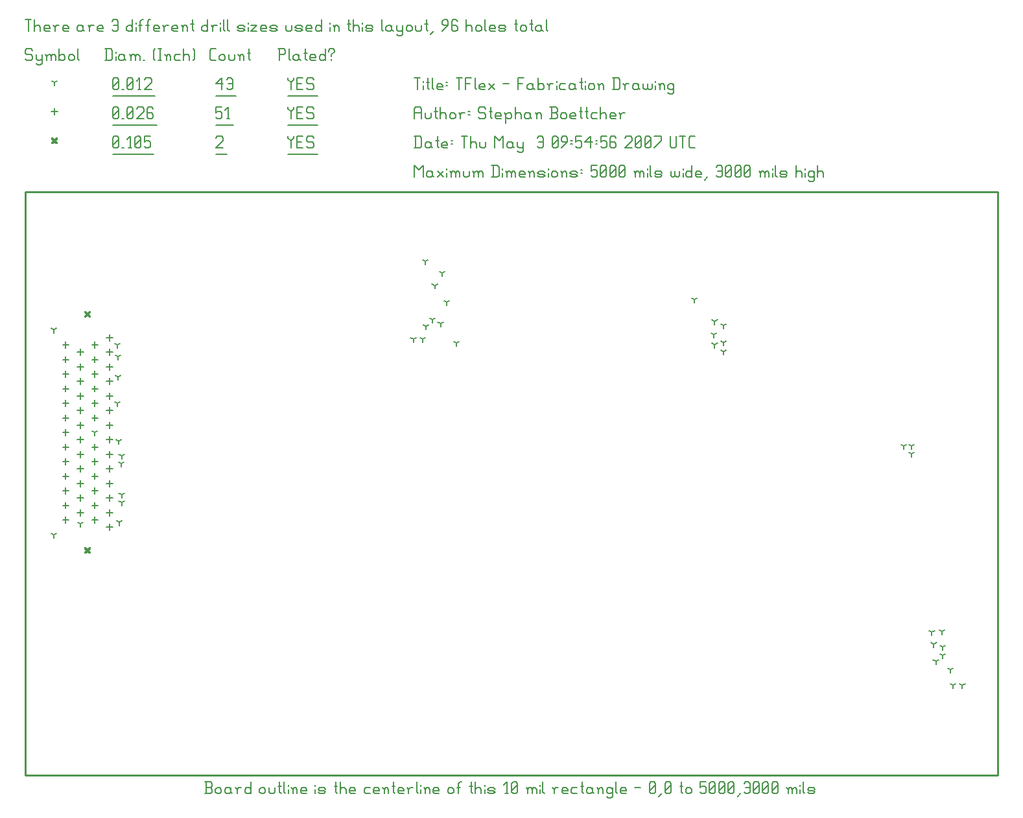
<source format=gbr>
G04 start of page 17 for group -3984 idx -3984
G04 Title: TFlex, fab *
G04 Creator: pcb-bin 20060822 *
G04 CreationDate: Thu May  3 09:54:56 2007 UTC *
G04 For: stephan *
G04 Format: Gerber/RS-274X *
G04 PCB-Dimensions: 500000 300000 *
G04 PCB-Coordinate-Origin: lower left *
%MOIN*%
%FSLAX24Y24*%
%LNFAB*%
%ADD11R,0.0080X0.0080*%
%ADD12C,0.0060*%
%ADD13C,0.0100*%
G54D11*X3080Y11670D02*X3320Y11430D01*
X3080D02*X3320Y11670D01*
X3080Y23820D02*X3320Y23580D01*
X3080D02*X3320Y23820D01*
X1380Y32745D02*X1620Y32505D01*
X1380D02*X1620Y32745D01*
G54D12*X13500Y32850D02*Y32775D01*
X13650Y32625D01*
X13800Y32775D01*
Y32850D02*Y32775D01*
X13650Y32625D02*Y32250D01*
X13980Y32550D02*X14205D01*
X13980Y32250D02*X14280D01*
X13980Y32850D02*Y32250D01*
Y32850D02*X14280D01*
X14760D02*X14835Y32775D01*
X14535Y32850D02*X14760D01*
X14460Y32775D02*X14535Y32850D01*
X14460Y32775D02*Y32625D01*
X14535Y32550D01*
X14760D01*
X14835Y32475D01*
Y32325D01*
X14760Y32250D02*X14835Y32325D01*
X14535Y32250D02*X14760D01*
X14460Y32325D02*X14535Y32250D01*
X13500Y31924D02*X15015D01*
X9800Y32775D02*X9875Y32850D01*
X10100D01*
X10175Y32775D01*
Y32625D01*
X9800Y32250D02*X10175Y32625D01*
X9800Y32250D02*X10175D01*
X9800Y31924D02*X10355D01*
X4500Y32325D02*X4575Y32250D01*
X4500Y32775D02*Y32325D01*
Y32775D02*X4575Y32850D01*
X4725D01*
X4800Y32775D01*
Y32325D01*
X4725Y32250D02*X4800Y32325D01*
X4575Y32250D02*X4725D01*
X4500Y32400D02*X4800Y32700D01*
X4980Y32250D02*X5055D01*
X5310D02*X5460D01*
X5385Y32850D02*Y32250D01*
X5235Y32700D02*X5385Y32850D01*
X5640Y32325D02*X5715Y32250D01*
X5640Y32775D02*Y32325D01*
Y32775D02*X5715Y32850D01*
X5865D01*
X5940Y32775D01*
Y32325D01*
X5865Y32250D02*X5940Y32325D01*
X5715Y32250D02*X5865D01*
X5640Y32400D02*X5940Y32700D01*
X6120Y32850D02*X6420D01*
X6120D02*Y32550D01*
X6195Y32625D01*
X6345D01*
X6420Y32550D01*
Y32325D01*
X6345Y32250D02*X6420Y32325D01*
X6195Y32250D02*X6345D01*
X6120Y32325D02*X6195Y32250D01*
X4500Y31924D02*X6600D01*
X4325Y13660D02*Y13340D01*
X4165Y13500D02*X4485D01*
X3575Y13285D02*Y12965D01*
X3415Y13125D02*X3735D01*
X2825Y13660D02*Y13340D01*
X2665Y13500D02*X2985D01*
X2075Y13285D02*Y12965D01*
X1915Y13125D02*X2235D01*
X3575Y22285D02*Y21965D01*
X3415Y22125D02*X3735D01*
X4325Y14410D02*Y14090D01*
X4165Y14250D02*X4485D01*
X3575Y14035D02*Y13715D01*
X3415Y13875D02*X3735D01*
X2825Y14410D02*Y14090D01*
X2665Y14250D02*X2985D01*
X2075Y14035D02*Y13715D01*
X1915Y13875D02*X2235D01*
X4325Y15160D02*Y14840D01*
X4165Y15000D02*X4485D01*
X3575Y14785D02*Y14465D01*
X3415Y14625D02*X3735D01*
X2825Y15160D02*Y14840D01*
X2665Y15000D02*X2985D01*
X2075Y14785D02*Y14465D01*
X1915Y14625D02*X2235D01*
X4325Y15910D02*Y15590D01*
X4165Y15750D02*X4485D01*
X3575Y15535D02*Y15215D01*
X3415Y15375D02*X3735D01*
X2825Y15910D02*Y15590D01*
X2665Y15750D02*X2985D01*
X2075Y15535D02*Y15215D01*
X1915Y15375D02*X2235D01*
X4325Y16660D02*Y16340D01*
X4165Y16500D02*X4485D01*
X3575Y16285D02*Y15965D01*
X3415Y16125D02*X3735D01*
X2825Y16660D02*Y16340D01*
X2665Y16500D02*X2985D01*
X2075Y16285D02*Y15965D01*
X1915Y16125D02*X2235D01*
X4325Y17410D02*Y17090D01*
X4165Y17250D02*X4485D01*
X3575Y17035D02*Y16715D01*
X3415Y16875D02*X3735D01*
X2825Y17410D02*Y17090D01*
X2665Y17250D02*X2985D01*
X2075Y17035D02*Y16715D01*
X1915Y16875D02*X2235D01*
X4325Y18160D02*Y17840D01*
X4165Y18000D02*X4485D01*
X2825Y18160D02*Y17840D01*
X2665Y18000D02*X2985D01*
X2075Y17785D02*Y17465D01*
X1915Y17625D02*X2235D01*
X4325Y18910D02*Y18590D01*
X4165Y18750D02*X4485D01*
X3575Y18535D02*Y18215D01*
X3415Y18375D02*X3735D01*
X2825Y18910D02*Y18590D01*
X2665Y18750D02*X2985D01*
X2075Y18535D02*Y18215D01*
X1915Y18375D02*X2235D01*
X4325Y19660D02*Y19340D01*
X4165Y19500D02*X4485D01*
X3575Y19285D02*Y18965D01*
X3415Y19125D02*X3735D01*
X2825Y19660D02*Y19340D01*
X2665Y19500D02*X2985D01*
X2075Y19285D02*Y18965D01*
X1915Y19125D02*X2235D01*
X4325Y20410D02*Y20090D01*
X4165Y20250D02*X4485D01*
X3575Y20035D02*Y19715D01*
X3415Y19875D02*X3735D01*
X2825Y20410D02*Y20090D01*
X2665Y20250D02*X2985D01*
X2075Y20035D02*Y19715D01*
X1915Y19875D02*X2235D01*
X2075Y22285D02*Y21965D01*
X1915Y22125D02*X2235D01*
X4325Y21160D02*Y20840D01*
X4165Y21000D02*X4485D01*
X3575Y20785D02*Y20465D01*
X3415Y20625D02*X3735D01*
X2825Y21160D02*Y20840D01*
X2665Y21000D02*X2985D01*
X2075Y20785D02*Y20465D01*
X1915Y20625D02*X2235D01*
X4325Y21910D02*Y21590D01*
X4165Y21750D02*X4485D01*
X3575Y21535D02*Y21215D01*
X3415Y21375D02*X3735D01*
X2825Y21910D02*Y21590D01*
X2665Y21750D02*X2985D01*
X2075Y21535D02*Y21215D01*
X1915Y21375D02*X2235D01*
X4325Y22660D02*Y22340D01*
X4165Y22500D02*X4485D01*
X4325Y12910D02*Y12590D01*
X4165Y12750D02*X4485D01*
X1500Y34285D02*Y33965D01*
X1340Y34125D02*X1660D01*
X13500Y34350D02*Y34275D01*
X13650Y34125D01*
X13800Y34275D01*
Y34350D02*Y34275D01*
X13650Y34125D02*Y33750D01*
X13980Y34050D02*X14205D01*
X13980Y33750D02*X14280D01*
X13980Y34350D02*Y33750D01*
Y34350D02*X14280D01*
X14760D02*X14835Y34275D01*
X14535Y34350D02*X14760D01*
X14460Y34275D02*X14535Y34350D01*
X14460Y34275D02*Y34125D01*
X14535Y34050D01*
X14760D01*
X14835Y33975D01*
Y33825D01*
X14760Y33750D02*X14835Y33825D01*
X14535Y33750D02*X14760D01*
X14460Y33825D02*X14535Y33750D01*
X13500Y33424D02*X15015D01*
X9800Y34350D02*X10100D01*
X9800D02*Y34050D01*
X9875Y34125D01*
X10025D01*
X10100Y34050D01*
Y33825D01*
X10025Y33750D02*X10100Y33825D01*
X9875Y33750D02*X10025D01*
X9800Y33825D02*X9875Y33750D01*
X10355D02*X10505D01*
X10430Y34350D02*Y33750D01*
X10280Y34200D02*X10430Y34350D01*
X9800Y33424D02*X10685D01*
X4500Y33825D02*X4575Y33750D01*
X4500Y34275D02*Y33825D01*
Y34275D02*X4575Y34350D01*
X4725D01*
X4800Y34275D01*
Y33825D01*
X4725Y33750D02*X4800Y33825D01*
X4575Y33750D02*X4725D01*
X4500Y33900D02*X4800Y34200D01*
X4980Y33750D02*X5055D01*
X5235Y33825D02*X5310Y33750D01*
X5235Y34275D02*Y33825D01*
Y34275D02*X5310Y34350D01*
X5460D01*
X5535Y34275D01*
Y33825D01*
X5460Y33750D02*X5535Y33825D01*
X5310Y33750D02*X5460D01*
X5235Y33900D02*X5535Y34200D01*
X5715Y34275D02*X5790Y34350D01*
X6015D01*
X6090Y34275D01*
Y34125D01*
X5715Y33750D02*X6090Y34125D01*
X5715Y33750D02*X6090D01*
X6495Y34350D02*X6570Y34275D01*
X6345Y34350D02*X6495D01*
X6270Y34275D02*X6345Y34350D01*
X6270Y34275D02*Y33825D01*
X6345Y33750D01*
X6495Y34050D02*X6570Y33975D01*
X6270Y34050D02*X6495D01*
X6345Y33750D02*X6495D01*
X6570Y33825D01*
Y33975D02*Y33825D01*
X4500Y33424D02*X6750D01*
X20425Y22425D02*Y22265D01*
Y22425D02*X20563Y22505D01*
X20425Y22425D02*X20286Y22505D01*
X35445Y23330D02*Y23170D01*
Y23330D02*X35583Y23410D01*
X35445Y23330D02*X35306Y23410D01*
X45575Y16925D02*Y16765D01*
Y16925D02*X45713Y17005D01*
X45575Y16925D02*X45436Y17005D01*
X47575Y5420D02*Y5260D01*
Y5420D02*X47713Y5500D01*
X47575Y5420D02*X47436Y5500D01*
X34400Y24450D02*Y24290D01*
Y24450D02*X34538Y24530D01*
X34400Y24450D02*X34261Y24530D01*
X35445Y22130D02*Y21970D01*
Y22130D02*X35583Y22210D01*
X35445Y22130D02*X35306Y22210D01*
X35900Y21775D02*Y21615D01*
Y21775D02*X36038Y21855D01*
X35900Y21775D02*X35761Y21855D01*
X35390Y22645D02*Y22485D01*
Y22645D02*X35528Y22725D01*
X35390Y22645D02*X35251Y22725D01*
X35890Y22240D02*Y22080D01*
Y22240D02*X36028Y22320D01*
X35890Y22240D02*X35751Y22320D01*
X35890Y23120D02*Y22960D01*
Y23120D02*X36028Y23200D01*
X35890Y23120D02*X35751Y23200D01*
X48180Y4620D02*Y4460D01*
Y4620D02*X48318Y4700D01*
X48180Y4620D02*X48041Y4700D01*
X47705Y4620D02*Y4460D01*
Y4620D02*X47843Y4700D01*
X47705Y4620D02*X47566Y4700D01*
X46815Y5845D02*Y5685D01*
Y5845D02*X46953Y5925D01*
X46815Y5845D02*X46676Y5925D01*
X47155Y6150D02*Y5990D01*
Y6150D02*X47293Y6230D01*
X47155Y6150D02*X47016Y6230D01*
X47170Y6585D02*Y6425D01*
Y6585D02*X47308Y6665D01*
X47170Y6585D02*X47031Y6665D01*
X46710Y6730D02*Y6570D01*
Y6730D02*X46848Y6810D01*
X46710Y6730D02*X46571Y6810D01*
X47135Y7380D02*Y7220D01*
Y7380D02*X47273Y7460D01*
X47135Y7380D02*X46996Y7460D01*
X46610Y7350D02*Y7190D01*
Y7350D02*X46748Y7430D01*
X46610Y7350D02*X46471Y7430D01*
X45175Y16925D02*Y16765D01*
Y16925D02*X45313Y17005D01*
X45175Y16925D02*X45036Y17005D01*
X45575Y16525D02*Y16365D01*
Y16525D02*X45713Y16605D01*
X45575Y16525D02*X45436Y16605D01*
X21350Y23225D02*Y23065D01*
Y23225D02*X21488Y23305D01*
X21350Y23225D02*X21211Y23305D01*
X20925Y23425D02*Y23265D01*
Y23425D02*X21063Y23505D01*
X20925Y23425D02*X20786Y23505D01*
X20600Y23075D02*Y22915D01*
Y23075D02*X20738Y23155D01*
X20600Y23075D02*X20461Y23155D01*
X19950Y22425D02*Y22265D01*
Y22425D02*X20088Y22505D01*
X19950Y22425D02*X19811Y22505D01*
X4950Y14025D02*Y13865D01*
Y14025D02*X5088Y14105D01*
X4950Y14025D02*X4811Y14105D01*
X21675Y24325D02*Y24165D01*
Y24325D02*X21813Y24405D01*
X21675Y24325D02*X21536Y24405D01*
X20575Y26425D02*Y26265D01*
Y26425D02*X20713Y26505D01*
X20575Y26425D02*X20436Y26505D01*
X22175Y22225D02*Y22065D01*
Y22225D02*X22313Y22305D01*
X22175Y22225D02*X22036Y22305D01*
X21425Y25825D02*Y25665D01*
Y25825D02*X21563Y25905D01*
X21425Y25825D02*X21286Y25905D01*
X21050Y25175D02*Y25015D01*
Y25175D02*X21188Y25255D01*
X21050Y25175D02*X20911Y25255D01*
X4775Y20475D02*Y20315D01*
Y20475D02*X4913Y20555D01*
X4775Y20475D02*X4636Y20555D01*
X4725Y22125D02*Y21965D01*
Y22125D02*X4863Y22205D01*
X4725Y22125D02*X4586Y22205D01*
X3575Y17625D02*Y17465D01*
Y17625D02*X3713Y17705D01*
X3575Y17625D02*X3436Y17705D01*
X4725Y19125D02*Y18965D01*
Y19125D02*X4863Y19205D01*
X4725Y19125D02*X4586Y19205D01*
X2825Y12925D02*Y12765D01*
Y12925D02*X2963Y13005D01*
X2825Y12925D02*X2686Y13005D01*
X4950Y14425D02*Y14265D01*
Y14425D02*X5088Y14505D01*
X4950Y14425D02*X4811Y14505D01*
X4800Y17175D02*Y17015D01*
Y17175D02*X4938Y17255D01*
X4800Y17175D02*X4661Y17255D01*
X4775Y21525D02*Y21365D01*
Y21525D02*X4913Y21605D01*
X4775Y21525D02*X4636Y21605D01*
X4950Y16425D02*Y16265D01*
Y16425D02*X5088Y16505D01*
X4950Y16425D02*X4811Y16505D01*
X4925Y16025D02*Y15865D01*
Y16025D02*X5063Y16105D01*
X4925Y16025D02*X4786Y16105D01*
X4825Y13000D02*Y12840D01*
Y13000D02*X4963Y13080D01*
X4825Y13000D02*X4686Y13080D01*
X1475Y22900D02*Y22740D01*
Y22900D02*X1613Y22980D01*
X1475Y22900D02*X1336Y22980D01*
X1475Y12350D02*Y12190D01*
Y12350D02*X1613Y12430D01*
X1475Y12350D02*X1336Y12430D01*
X1500Y35625D02*Y35465D01*
Y35625D02*X1638Y35705D01*
X1500Y35625D02*X1361Y35705D01*
X13500Y35850D02*Y35775D01*
X13650Y35625D01*
X13800Y35775D01*
Y35850D02*Y35775D01*
X13650Y35625D02*Y35250D01*
X13980Y35550D02*X14205D01*
X13980Y35250D02*X14280D01*
X13980Y35850D02*Y35250D01*
Y35850D02*X14280D01*
X14760D02*X14835Y35775D01*
X14535Y35850D02*X14760D01*
X14460Y35775D02*X14535Y35850D01*
X14460Y35775D02*Y35625D01*
X14535Y35550D01*
X14760D01*
X14835Y35475D01*
Y35325D01*
X14760Y35250D02*X14835Y35325D01*
X14535Y35250D02*X14760D01*
X14460Y35325D02*X14535Y35250D01*
X13500Y34924D02*X15015D01*
X9800Y35550D02*X10100Y35850D01*
X9800Y35550D02*X10175D01*
X10100Y35850D02*Y35250D01*
X10355Y35775D02*X10430Y35850D01*
X10580D01*
X10655Y35775D01*
Y35325D01*
X10580Y35250D02*X10655Y35325D01*
X10430Y35250D02*X10580D01*
X10355Y35325D02*X10430Y35250D01*
Y35550D02*X10655D01*
X9800Y34924D02*X10835D01*
X4500Y35325D02*X4575Y35250D01*
X4500Y35775D02*Y35325D01*
Y35775D02*X4575Y35850D01*
X4725D01*
X4800Y35775D01*
Y35325D01*
X4725Y35250D02*X4800Y35325D01*
X4575Y35250D02*X4725D01*
X4500Y35400D02*X4800Y35700D01*
X4980Y35250D02*X5055D01*
X5235Y35325D02*X5310Y35250D01*
X5235Y35775D02*Y35325D01*
Y35775D02*X5310Y35850D01*
X5460D01*
X5535Y35775D01*
Y35325D01*
X5460Y35250D02*X5535Y35325D01*
X5310Y35250D02*X5460D01*
X5235Y35400D02*X5535Y35700D01*
X5790Y35250D02*X5940D01*
X5865Y35850D02*Y35250D01*
X5715Y35700D02*X5865Y35850D01*
X6120Y35775D02*X6195Y35850D01*
X6420D01*
X6495Y35775D01*
Y35625D01*
X6120Y35250D02*X6495Y35625D01*
X6120Y35250D02*X6495D01*
X4500Y34924D02*X6675D01*
X300Y37350D02*X375Y37275D01*
X75Y37350D02*X300D01*
X0Y37275D02*X75Y37350D01*
X0Y37275D02*Y37125D01*
X75Y37050D01*
X300D01*
X375Y36975D01*
Y36825D01*
X300Y36750D02*X375Y36825D01*
X75Y36750D02*X300D01*
X0Y36825D02*X75Y36750D01*
X555Y37050D02*Y36825D01*
X630Y36750D01*
X855Y37050D02*Y36600D01*
X780Y36525D02*X855Y36600D01*
X630Y36525D02*X780D01*
X555Y36600D02*X630Y36525D01*
Y36750D02*X780D01*
X855Y36825D01*
X1110Y36975D02*Y36750D01*
Y36975D02*X1185Y37050D01*
X1260D01*
X1335Y36975D01*
Y36750D01*
Y36975D02*X1410Y37050D01*
X1485D01*
X1560Y36975D01*
Y36750D01*
X1035Y37050D02*X1110Y36975D01*
X1740Y37350D02*Y36750D01*
Y36825D02*X1815Y36750D01*
X1965D01*
X2040Y36825D01*
Y36975D02*Y36825D01*
X1965Y37050D02*X2040Y36975D01*
X1815Y37050D02*X1965D01*
X1740Y36975D02*X1815Y37050D01*
X2220Y36975D02*Y36825D01*
Y36975D02*X2295Y37050D01*
X2445D01*
X2520Y36975D01*
Y36825D01*
X2445Y36750D02*X2520Y36825D01*
X2295Y36750D02*X2445D01*
X2220Y36825D02*X2295Y36750D01*
X2700Y37350D02*Y36825D01*
X2775Y36750D01*
X4175Y37350D02*Y36750D01*
X4400Y37350D02*X4475Y37275D01*
Y36825D01*
X4400Y36750D02*X4475Y36825D01*
X4100Y36750D02*X4400D01*
X4100Y37350D02*X4400D01*
X4655Y37200D02*Y37125D01*
Y36975D02*Y36750D01*
X5030Y37050D02*X5105Y36975D01*
X4880Y37050D02*X5030D01*
X4805Y36975D02*X4880Y37050D01*
X4805Y36975D02*Y36825D01*
X4880Y36750D01*
X5105Y37050D02*Y36825D01*
X5180Y36750D01*
X4880D02*X5030D01*
X5105Y36825D01*
X5435Y36975D02*Y36750D01*
Y36975D02*X5510Y37050D01*
X5585D01*
X5660Y36975D01*
Y36750D01*
Y36975D02*X5735Y37050D01*
X5810D01*
X5885Y36975D01*
Y36750D01*
X5360Y37050D02*X5435Y36975D01*
X6065Y36750D02*X6140D01*
X6590Y36825D02*X6665Y36750D01*
X6590Y37275D02*X6665Y37350D01*
X6590Y37275D02*Y36825D01*
X6845Y37350D02*X6995D01*
X6920D02*Y36750D01*
X6845D02*X6995D01*
X7251Y36975D02*Y36750D01*
Y36975D02*X7326Y37050D01*
X7401D01*
X7476Y36975D01*
Y36750D01*
X7176Y37050D02*X7251Y36975D01*
X7731Y37050D02*X7956D01*
X7656Y36975D02*X7731Y37050D01*
X7656Y36975D02*Y36825D01*
X7731Y36750D01*
X7956D01*
X8136Y37350D02*Y36750D01*
Y36975D02*X8211Y37050D01*
X8361D01*
X8436Y36975D01*
Y36750D01*
X8616Y37350D02*X8691Y37275D01*
Y36825D01*
X8616Y36750D02*X8691Y36825D01*
X9575Y36750D02*X9800D01*
X9500Y36825D02*X9575Y36750D01*
X9500Y37275D02*Y36825D01*
Y37275D02*X9575Y37350D01*
X9800D01*
X9980Y36975D02*Y36825D01*
Y36975D02*X10055Y37050D01*
X10205D01*
X10280Y36975D01*
Y36825D01*
X10205Y36750D02*X10280Y36825D01*
X10055Y36750D02*X10205D01*
X9980Y36825D02*X10055Y36750D01*
X10460Y37050D02*Y36825D01*
X10535Y36750D01*
X10685D01*
X10760Y36825D01*
Y37050D02*Y36825D01*
X11015Y36975D02*Y36750D01*
Y36975D02*X11090Y37050D01*
X11165D01*
X11240Y36975D01*
Y36750D01*
X10940Y37050D02*X11015Y36975D01*
X11495Y37350D02*Y36825D01*
X11570Y36750D01*
X11420Y37125D02*X11570D01*
X13075Y37350D02*Y36750D01*
X13000Y37350D02*X13300D01*
X13375Y37275D01*
Y37125D01*
X13300Y37050D02*X13375Y37125D01*
X13075Y37050D02*X13300D01*
X13555Y37350D02*Y36825D01*
X13630Y36750D01*
X14005Y37050D02*X14080Y36975D01*
X13855Y37050D02*X14005D01*
X13780Y36975D02*X13855Y37050D01*
X13780Y36975D02*Y36825D01*
X13855Y36750D01*
X14080Y37050D02*Y36825D01*
X14155Y36750D01*
X13855D02*X14005D01*
X14080Y36825D01*
X14410Y37350D02*Y36825D01*
X14485Y36750D01*
X14335Y37125D02*X14485D01*
X14710Y36750D02*X14935D01*
X14635Y36825D02*X14710Y36750D01*
X14635Y36975D02*Y36825D01*
Y36975D02*X14710Y37050D01*
X14860D01*
X14935Y36975D01*
X14635Y36900D02*X14935D01*
Y36975D02*Y36900D01*
X15415Y37350D02*Y36750D01*
X15340D02*X15415Y36825D01*
X15190Y36750D02*X15340D01*
X15115Y36825D02*X15190Y36750D01*
X15115Y36975D02*Y36825D01*
Y36975D02*X15190Y37050D01*
X15340D01*
X15415Y36975D01*
X15745Y37050D02*Y36975D01*
Y36825D02*Y36750D01*
X15595Y37275D02*Y37200D01*
Y37275D02*X15670Y37350D01*
X15820D01*
X15895Y37275D01*
Y37200D01*
X15745Y37050D02*X15895Y37200D01*
X0Y38850D02*X300D01*
X150D02*Y38250D01*
X480Y38850D02*Y38250D01*
Y38475D02*X555Y38550D01*
X705D01*
X780Y38475D01*
Y38250D01*
X1035D02*X1260D01*
X960Y38325D02*X1035Y38250D01*
X960Y38475D02*Y38325D01*
Y38475D02*X1035Y38550D01*
X1185D01*
X1260Y38475D01*
X960Y38400D02*X1260D01*
Y38475D02*Y38400D01*
X1515Y38475D02*Y38250D01*
Y38475D02*X1590Y38550D01*
X1740D01*
X1440D02*X1515Y38475D01*
X1995Y38250D02*X2220D01*
X1920Y38325D02*X1995Y38250D01*
X1920Y38475D02*Y38325D01*
Y38475D02*X1995Y38550D01*
X2145D01*
X2220Y38475D01*
X1920Y38400D02*X2220D01*
Y38475D02*Y38400D01*
X2895Y38550D02*X2970Y38475D01*
X2745Y38550D02*X2895D01*
X2670Y38475D02*X2745Y38550D01*
X2670Y38475D02*Y38325D01*
X2745Y38250D01*
X2970Y38550D02*Y38325D01*
X3045Y38250D01*
X2745D02*X2895D01*
X2970Y38325D01*
X3300Y38475D02*Y38250D01*
Y38475D02*X3375Y38550D01*
X3525D01*
X3225D02*X3300Y38475D01*
X3781Y38250D02*X4006D01*
X3706Y38325D02*X3781Y38250D01*
X3706Y38475D02*Y38325D01*
Y38475D02*X3781Y38550D01*
X3931D01*
X4006Y38475D01*
X3706Y38400D02*X4006D01*
Y38475D02*Y38400D01*
X4456Y38775D02*X4531Y38850D01*
X4681D01*
X4756Y38775D01*
Y38325D01*
X4681Y38250D02*X4756Y38325D01*
X4531Y38250D02*X4681D01*
X4456Y38325D02*X4531Y38250D01*
Y38550D02*X4756D01*
X5506Y38850D02*Y38250D01*
X5431D02*X5506Y38325D01*
X5281Y38250D02*X5431D01*
X5206Y38325D02*X5281Y38250D01*
X5206Y38475D02*Y38325D01*
Y38475D02*X5281Y38550D01*
X5431D01*
X5506Y38475D01*
X5686Y38700D02*Y38625D01*
Y38475D02*Y38250D01*
X5911Y38775D02*Y38250D01*
Y38775D02*X5986Y38850D01*
X6061D01*
X5836Y38550D02*X5986D01*
X6286Y38775D02*Y38250D01*
Y38775D02*X6361Y38850D01*
X6436D01*
X6211Y38550D02*X6361D01*
X6661Y38250D02*X6886D01*
X6586Y38325D02*X6661Y38250D01*
X6586Y38475D02*Y38325D01*
Y38475D02*X6661Y38550D01*
X6811D01*
X6886Y38475D01*
X6586Y38400D02*X6886D01*
Y38475D02*Y38400D01*
X7142Y38475D02*Y38250D01*
Y38475D02*X7217Y38550D01*
X7367D01*
X7067D02*X7142Y38475D01*
X7622Y38250D02*X7847D01*
X7547Y38325D02*X7622Y38250D01*
X7547Y38475D02*Y38325D01*
Y38475D02*X7622Y38550D01*
X7772D01*
X7847Y38475D01*
X7547Y38400D02*X7847D01*
Y38475D02*Y38400D01*
X8102Y38475D02*Y38250D01*
Y38475D02*X8177Y38550D01*
X8252D01*
X8327Y38475D01*
Y38250D01*
X8027Y38550D02*X8102Y38475D01*
X8582Y38850D02*Y38325D01*
X8657Y38250D01*
X8507Y38625D02*X8657D01*
X9377Y38850D02*Y38250D01*
X9302D02*X9377Y38325D01*
X9152Y38250D02*X9302D01*
X9077Y38325D02*X9152Y38250D01*
X9077Y38475D02*Y38325D01*
Y38475D02*X9152Y38550D01*
X9302D01*
X9377Y38475D01*
X9632D02*Y38250D01*
Y38475D02*X9707Y38550D01*
X9857D01*
X9557D02*X9632Y38475D01*
X10038Y38700D02*Y38625D01*
Y38475D02*Y38250D01*
X10188Y38850D02*Y38325D01*
X10263Y38250D01*
X10413Y38850D02*Y38325D01*
X10488Y38250D01*
X10983D02*X11208D01*
X11283Y38325D01*
X11208Y38400D02*X11283Y38325D01*
X10983Y38400D02*X11208D01*
X10908Y38475D02*X10983Y38400D01*
X10908Y38475D02*X10983Y38550D01*
X11208D01*
X11283Y38475D01*
X10908Y38325D02*X10983Y38250D01*
X11463Y38700D02*Y38625D01*
Y38475D02*Y38250D01*
X11613Y38550D02*X11913D01*
X11613Y38250D02*X11913Y38550D01*
X11613Y38250D02*X11913D01*
X12168D02*X12393D01*
X12093Y38325D02*X12168Y38250D01*
X12093Y38475D02*Y38325D01*
Y38475D02*X12168Y38550D01*
X12318D01*
X12393Y38475D01*
X12093Y38400D02*X12393D01*
Y38475D02*Y38400D01*
X12649Y38250D02*X12874D01*
X12949Y38325D01*
X12874Y38400D02*X12949Y38325D01*
X12649Y38400D02*X12874D01*
X12574Y38475D02*X12649Y38400D01*
X12574Y38475D02*X12649Y38550D01*
X12874D01*
X12949Y38475D01*
X12574Y38325D02*X12649Y38250D01*
X13399Y38550D02*Y38325D01*
X13474Y38250D01*
X13624D01*
X13699Y38325D01*
Y38550D02*Y38325D01*
X13954Y38250D02*X14179D01*
X14254Y38325D01*
X14179Y38400D02*X14254Y38325D01*
X13954Y38400D02*X14179D01*
X13879Y38475D02*X13954Y38400D01*
X13879Y38475D02*X13954Y38550D01*
X14179D01*
X14254Y38475D01*
X13879Y38325D02*X13954Y38250D01*
X14509D02*X14734D01*
X14434Y38325D02*X14509Y38250D01*
X14434Y38475D02*Y38325D01*
Y38475D02*X14509Y38550D01*
X14659D01*
X14734Y38475D01*
X14434Y38400D02*X14734D01*
Y38475D02*Y38400D01*
X15214Y38850D02*Y38250D01*
X15139D02*X15214Y38325D01*
X14989Y38250D02*X15139D01*
X14914Y38325D02*X14989Y38250D01*
X14914Y38475D02*Y38325D01*
Y38475D02*X14989Y38550D01*
X15139D01*
X15214Y38475D01*
X15664Y38700D02*Y38625D01*
Y38475D02*Y38250D01*
X15889Y38475D02*Y38250D01*
Y38475D02*X15964Y38550D01*
X16039D01*
X16114Y38475D01*
Y38250D01*
X15814Y38550D02*X15889Y38475D01*
X16640Y38850D02*Y38325D01*
X16715Y38250D01*
X16565Y38625D02*X16715D01*
X16865Y38850D02*Y38250D01*
Y38475D02*X16940Y38550D01*
X17090D01*
X17165Y38475D01*
Y38250D01*
X17345Y38700D02*Y38625D01*
Y38475D02*Y38250D01*
X17570D02*X17795D01*
X17870Y38325D01*
X17795Y38400D02*X17870Y38325D01*
X17570Y38400D02*X17795D01*
X17495Y38475D02*X17570Y38400D01*
X17495Y38475D02*X17570Y38550D01*
X17795D01*
X17870Y38475D01*
X17495Y38325D02*X17570Y38250D01*
X18320Y38850D02*Y38325D01*
X18395Y38250D01*
X18770Y38550D02*X18845Y38475D01*
X18620Y38550D02*X18770D01*
X18545Y38475D02*X18620Y38550D01*
X18545Y38475D02*Y38325D01*
X18620Y38250D01*
X18845Y38550D02*Y38325D01*
X18920Y38250D01*
X18620D02*X18770D01*
X18845Y38325D01*
X19101Y38550D02*Y38325D01*
X19176Y38250D01*
X19401Y38550D02*Y38100D01*
X19326Y38025D02*X19401Y38100D01*
X19176Y38025D02*X19326D01*
X19101Y38100D02*X19176Y38025D01*
Y38250D02*X19326D01*
X19401Y38325D01*
X19581Y38475D02*Y38325D01*
Y38475D02*X19656Y38550D01*
X19806D01*
X19881Y38475D01*
Y38325D01*
X19806Y38250D02*X19881Y38325D01*
X19656Y38250D02*X19806D01*
X19581Y38325D02*X19656Y38250D01*
X20061Y38550D02*Y38325D01*
X20136Y38250D01*
X20286D01*
X20361Y38325D01*
Y38550D02*Y38325D01*
X20616Y38850D02*Y38325D01*
X20691Y38250D01*
X20541Y38625D02*X20691D01*
X20841Y38100D02*X20991Y38250D01*
X21441D02*X21741Y38550D01*
Y38775D02*Y38550D01*
X21666Y38850D02*X21741Y38775D01*
X21516Y38850D02*X21666D01*
X21441Y38775D02*X21516Y38850D01*
X21441Y38775D02*Y38625D01*
X21516Y38550D01*
X21741D01*
X22146Y38850D02*X22221Y38775D01*
X21996Y38850D02*X22146D01*
X21921Y38775D02*X21996Y38850D01*
X21921Y38775D02*Y38325D01*
X21996Y38250D01*
X22146Y38550D02*X22221Y38475D01*
X21921Y38550D02*X22146D01*
X21996Y38250D02*X22146D01*
X22221Y38325D01*
Y38475D02*Y38325D01*
X22672Y38850D02*Y38250D01*
Y38475D02*X22747Y38550D01*
X22897D01*
X22972Y38475D01*
Y38250D01*
X23152Y38475D02*Y38325D01*
Y38475D02*X23227Y38550D01*
X23377D01*
X23452Y38475D01*
Y38325D01*
X23377Y38250D02*X23452Y38325D01*
X23227Y38250D02*X23377D01*
X23152Y38325D02*X23227Y38250D01*
X23632Y38850D02*Y38325D01*
X23707Y38250D01*
X23932D02*X24157D01*
X23857Y38325D02*X23932Y38250D01*
X23857Y38475D02*Y38325D01*
Y38475D02*X23932Y38550D01*
X24082D01*
X24157Y38475D01*
X23857Y38400D02*X24157D01*
Y38475D02*Y38400D01*
X24412Y38250D02*X24637D01*
X24712Y38325D01*
X24637Y38400D02*X24712Y38325D01*
X24412Y38400D02*X24637D01*
X24337Y38475D02*X24412Y38400D01*
X24337Y38475D02*X24412Y38550D01*
X24637D01*
X24712Y38475D01*
X24337Y38325D02*X24412Y38250D01*
X25237Y38850D02*Y38325D01*
X25312Y38250D01*
X25162Y38625D02*X25312D01*
X25462Y38475D02*Y38325D01*
Y38475D02*X25537Y38550D01*
X25687D01*
X25762Y38475D01*
Y38325D01*
X25687Y38250D02*X25762Y38325D01*
X25537Y38250D02*X25687D01*
X25462Y38325D02*X25537Y38250D01*
X26018Y38850D02*Y38325D01*
X26093Y38250D01*
X25943Y38625D02*X26093D01*
X26468Y38550D02*X26543Y38475D01*
X26318Y38550D02*X26468D01*
X26243Y38475D02*X26318Y38550D01*
X26243Y38475D02*Y38325D01*
X26318Y38250D01*
X26543Y38550D02*Y38325D01*
X26618Y38250D01*
X26318D02*X26468D01*
X26543Y38325D01*
X26798Y38850D02*Y38325D01*
X26873Y38250D01*
G54D13*X0Y30000D02*X50000D01*
X0D02*Y0D01*
X50000Y30000D02*Y0D01*
X0D02*X50000D01*
G54D12*X20000Y31350D02*Y30750D01*
Y31350D02*X20225Y31125D01*
X20450Y31350D01*
Y30750D01*
X20855Y31050D02*X20930Y30975D01*
X20705Y31050D02*X20855D01*
X20630Y30975D02*X20705Y31050D01*
X20630Y30975D02*Y30825D01*
X20705Y30750D01*
X20930Y31050D02*Y30825D01*
X21005Y30750D01*
X20705D02*X20855D01*
X20930Y30825D01*
X21185Y31050D02*X21485Y30750D01*
X21185D02*X21485Y31050D01*
X21665Y31200D02*Y31125D01*
Y30975D02*Y30750D01*
X21890Y30975D02*Y30750D01*
Y30975D02*X21965Y31050D01*
X22040D01*
X22115Y30975D01*
Y30750D01*
Y30975D02*X22190Y31050D01*
X22265D01*
X22340Y30975D01*
Y30750D01*
X21815Y31050D02*X21890Y30975D01*
X22520Y31050D02*Y30825D01*
X22595Y30750D01*
X22745D01*
X22820Y30825D01*
Y31050D02*Y30825D01*
X23075Y30975D02*Y30750D01*
Y30975D02*X23150Y31050D01*
X23225D01*
X23300Y30975D01*
Y30750D01*
Y30975D02*X23375Y31050D01*
X23450D01*
X23525Y30975D01*
Y30750D01*
X23000Y31050D02*X23075Y30975D01*
X24051Y31350D02*Y30750D01*
X24276Y31350D02*X24351Y31275D01*
Y30825D01*
X24276Y30750D02*X24351Y30825D01*
X23976Y30750D02*X24276D01*
X23976Y31350D02*X24276D01*
X24531Y31200D02*Y31125D01*
Y30975D02*Y30750D01*
X24756Y30975D02*Y30750D01*
Y30975D02*X24831Y31050D01*
X24906D01*
X24981Y30975D01*
Y30750D01*
Y30975D02*X25056Y31050D01*
X25131D01*
X25206Y30975D01*
Y30750D01*
X24681Y31050D02*X24756Y30975D01*
X25461Y30750D02*X25686D01*
X25386Y30825D02*X25461Y30750D01*
X25386Y30975D02*Y30825D01*
Y30975D02*X25461Y31050D01*
X25611D01*
X25686Y30975D01*
X25386Y30900D02*X25686D01*
Y30975D02*Y30900D01*
X25941Y30975D02*Y30750D01*
Y30975D02*X26016Y31050D01*
X26091D01*
X26166Y30975D01*
Y30750D01*
X25866Y31050D02*X25941Y30975D01*
X26421Y30750D02*X26646D01*
X26721Y30825D01*
X26646Y30900D02*X26721Y30825D01*
X26421Y30900D02*X26646D01*
X26346Y30975D02*X26421Y30900D01*
X26346Y30975D02*X26421Y31050D01*
X26646D01*
X26721Y30975D01*
X26346Y30825D02*X26421Y30750D01*
X26901Y31200D02*Y31125D01*
Y30975D02*Y30750D01*
X27052Y30975D02*Y30825D01*
Y30975D02*X27127Y31050D01*
X27277D01*
X27352Y30975D01*
Y30825D01*
X27277Y30750D02*X27352Y30825D01*
X27127Y30750D02*X27277D01*
X27052Y30825D02*X27127Y30750D01*
X27607Y30975D02*Y30750D01*
Y30975D02*X27682Y31050D01*
X27757D01*
X27832Y30975D01*
Y30750D01*
X27532Y31050D02*X27607Y30975D01*
X28087Y30750D02*X28312D01*
X28387Y30825D01*
X28312Y30900D02*X28387Y30825D01*
X28087Y30900D02*X28312D01*
X28012Y30975D02*X28087Y30900D01*
X28012Y30975D02*X28087Y31050D01*
X28312D01*
X28387Y30975D01*
X28012Y30825D02*X28087Y30750D01*
X28567Y31125D02*X28642D01*
X28567Y30975D02*X28642D01*
X29092Y31350D02*X29392D01*
X29092D02*Y31050D01*
X29167Y31125D01*
X29317D01*
X29392Y31050D01*
Y30825D01*
X29317Y30750D02*X29392Y30825D01*
X29167Y30750D02*X29317D01*
X29092Y30825D02*X29167Y30750D01*
X29572Y30825D02*X29647Y30750D01*
X29572Y31275D02*Y30825D01*
Y31275D02*X29647Y31350D01*
X29797D01*
X29872Y31275D01*
Y30825D01*
X29797Y30750D02*X29872Y30825D01*
X29647Y30750D02*X29797D01*
X29572Y30900D02*X29872Y31200D01*
X30053Y30825D02*X30128Y30750D01*
X30053Y31275D02*Y30825D01*
Y31275D02*X30128Y31350D01*
X30278D01*
X30353Y31275D01*
Y30825D01*
X30278Y30750D02*X30353Y30825D01*
X30128Y30750D02*X30278D01*
X30053Y30900D02*X30353Y31200D01*
X30533Y30825D02*X30608Y30750D01*
X30533Y31275D02*Y30825D01*
Y31275D02*X30608Y31350D01*
X30758D01*
X30833Y31275D01*
Y30825D01*
X30758Y30750D02*X30833Y30825D01*
X30608Y30750D02*X30758D01*
X30533Y30900D02*X30833Y31200D01*
X31358Y30975D02*Y30750D01*
Y30975D02*X31433Y31050D01*
X31508D01*
X31583Y30975D01*
Y30750D01*
Y30975D02*X31658Y31050D01*
X31733D01*
X31808Y30975D01*
Y30750D01*
X31283Y31050D02*X31358Y30975D01*
X31988Y31200D02*Y31125D01*
Y30975D02*Y30750D01*
X32138Y31350D02*Y30825D01*
X32213Y30750D01*
X32438D02*X32663D01*
X32738Y30825D01*
X32663Y30900D02*X32738Y30825D01*
X32438Y30900D02*X32663D01*
X32363Y30975D02*X32438Y30900D01*
X32363Y30975D02*X32438Y31050D01*
X32663D01*
X32738Y30975D01*
X32363Y30825D02*X32438Y30750D01*
X33188Y31050D02*Y30825D01*
X33263Y30750D01*
X33338D01*
X33413Y30825D01*
Y31050D02*Y30825D01*
X33488Y30750D01*
X33563D01*
X33638Y30825D01*
Y31050D02*Y30825D01*
X33819Y31200D02*Y31125D01*
Y30975D02*Y30750D01*
X34269Y31350D02*Y30750D01*
X34194D02*X34269Y30825D01*
X34044Y30750D02*X34194D01*
X33969Y30825D02*X34044Y30750D01*
X33969Y30975D02*Y30825D01*
Y30975D02*X34044Y31050D01*
X34194D01*
X34269Y30975D01*
X34524Y30750D02*X34749D01*
X34449Y30825D02*X34524Y30750D01*
X34449Y30975D02*Y30825D01*
Y30975D02*X34524Y31050D01*
X34674D01*
X34749Y30975D01*
X34449Y30900D02*X34749D01*
Y30975D02*Y30900D01*
X34929Y30600D02*X35079Y30750D01*
X35529Y31275D02*X35604Y31350D01*
X35754D01*
X35829Y31275D01*
Y30825D01*
X35754Y30750D02*X35829Y30825D01*
X35604Y30750D02*X35754D01*
X35529Y30825D02*X35604Y30750D01*
Y31050D02*X35829D01*
X36009Y30825D02*X36084Y30750D01*
X36009Y31275D02*Y30825D01*
Y31275D02*X36084Y31350D01*
X36234D01*
X36309Y31275D01*
Y30825D01*
X36234Y30750D02*X36309Y30825D01*
X36084Y30750D02*X36234D01*
X36009Y30900D02*X36309Y31200D01*
X36489Y30825D02*X36564Y30750D01*
X36489Y31275D02*Y30825D01*
Y31275D02*X36564Y31350D01*
X36714D01*
X36789Y31275D01*
Y30825D01*
X36714Y30750D02*X36789Y30825D01*
X36564Y30750D02*X36714D01*
X36489Y30900D02*X36789Y31200D01*
X36970Y30825D02*X37045Y30750D01*
X36970Y31275D02*Y30825D01*
Y31275D02*X37045Y31350D01*
X37195D01*
X37270Y31275D01*
Y30825D01*
X37195Y30750D02*X37270Y30825D01*
X37045Y30750D02*X37195D01*
X36970Y30900D02*X37270Y31200D01*
X37795Y30975D02*Y30750D01*
Y30975D02*X37870Y31050D01*
X37945D01*
X38020Y30975D01*
Y30750D01*
Y30975D02*X38095Y31050D01*
X38170D01*
X38245Y30975D01*
Y30750D01*
X37720Y31050D02*X37795Y30975D01*
X38425Y31200D02*Y31125D01*
Y30975D02*Y30750D01*
X38575Y31350D02*Y30825D01*
X38650Y30750D01*
X38875D02*X39100D01*
X39175Y30825D01*
X39100Y30900D02*X39175Y30825D01*
X38875Y30900D02*X39100D01*
X38800Y30975D02*X38875Y30900D01*
X38800Y30975D02*X38875Y31050D01*
X39100D01*
X39175Y30975D01*
X38800Y30825D02*X38875Y30750D01*
X39625Y31350D02*Y30750D01*
Y30975D02*X39700Y31050D01*
X39850D01*
X39925Y30975D01*
Y30750D01*
X40106Y31200D02*Y31125D01*
Y30975D02*Y30750D01*
X40481Y31050D02*X40556Y30975D01*
X40331Y31050D02*X40481D01*
X40256Y30975D02*X40331Y31050D01*
X40256Y30975D02*Y30825D01*
X40331Y30750D01*
X40481D01*
X40556Y30825D01*
X40256Y30600D02*X40331Y30525D01*
X40481D01*
X40556Y30600D01*
Y31050D02*Y30600D01*
X40736Y31350D02*Y30750D01*
Y30975D02*X40811Y31050D01*
X40961D01*
X41036Y30975D01*
Y30750D01*
X9222Y-950D02*X9522D01*
X9597Y-875D01*
Y-725D02*Y-875D01*
X9522Y-650D02*X9597Y-725D01*
X9297Y-650D02*X9522D01*
X9297Y-350D02*Y-950D01*
X9222Y-350D02*X9522D01*
X9597Y-425D01*
Y-575D01*
X9522Y-650D02*X9597Y-575D01*
X9777Y-725D02*Y-875D01*
Y-725D02*X9852Y-650D01*
X10002D01*
X10077Y-725D01*
Y-875D01*
X10002Y-950D02*X10077Y-875D01*
X9852Y-950D02*X10002D01*
X9777Y-875D02*X9852Y-950D01*
X10482Y-650D02*X10557Y-725D01*
X10332Y-650D02*X10482D01*
X10257Y-725D02*X10332Y-650D01*
X10257Y-725D02*Y-875D01*
X10332Y-950D01*
X10557Y-650D02*Y-875D01*
X10632Y-950D01*
X10332D02*X10482D01*
X10557Y-875D01*
X10888Y-725D02*Y-950D01*
Y-725D02*X10963Y-650D01*
X11113D01*
X10813D02*X10888Y-725D01*
X11593Y-350D02*Y-950D01*
X11518D02*X11593Y-875D01*
X11368Y-950D02*X11518D01*
X11293Y-875D02*X11368Y-950D01*
X11293Y-725D02*Y-875D01*
Y-725D02*X11368Y-650D01*
X11518D01*
X11593Y-725D01*
X12043D02*Y-875D01*
Y-725D02*X12118Y-650D01*
X12268D01*
X12343Y-725D01*
Y-875D01*
X12268Y-950D02*X12343Y-875D01*
X12118Y-950D02*X12268D01*
X12043Y-875D02*X12118Y-950D01*
X12523Y-650D02*Y-875D01*
X12598Y-950D01*
X12748D01*
X12823Y-875D01*
Y-650D02*Y-875D01*
X13078Y-350D02*Y-875D01*
X13153Y-950D01*
X13003Y-575D02*X13153D01*
X13303Y-350D02*Y-875D01*
X13378Y-950D01*
X13528Y-500D02*Y-575D01*
Y-725D02*Y-950D01*
X13754Y-725D02*Y-950D01*
Y-725D02*X13829Y-650D01*
X13904D01*
X13979Y-725D01*
Y-950D01*
X13679Y-650D02*X13754Y-725D01*
X14234Y-950D02*X14459D01*
X14159Y-875D02*X14234Y-950D01*
X14159Y-725D02*Y-875D01*
Y-725D02*X14234Y-650D01*
X14384D01*
X14459Y-725D01*
X14159Y-800D02*X14459D01*
Y-725D02*Y-800D01*
X14909Y-500D02*Y-575D01*
Y-725D02*Y-950D01*
X15134D02*X15359D01*
X15434Y-875D01*
X15359Y-800D02*X15434Y-875D01*
X15134Y-800D02*X15359D01*
X15059Y-725D02*X15134Y-800D01*
X15059Y-725D02*X15134Y-650D01*
X15359D01*
X15434Y-725D01*
X15059Y-875D02*X15134Y-950D01*
X15959Y-350D02*Y-875D01*
X16034Y-950D01*
X15884Y-575D02*X16034D01*
X16184Y-350D02*Y-950D01*
Y-725D02*X16259Y-650D01*
X16409D01*
X16484Y-725D01*
Y-950D01*
X16740D02*X16965D01*
X16665Y-875D02*X16740Y-950D01*
X16665Y-725D02*Y-875D01*
Y-725D02*X16740Y-650D01*
X16890D01*
X16965Y-725D01*
X16665Y-800D02*X16965D01*
Y-725D02*Y-800D01*
X17490Y-650D02*X17715D01*
X17415Y-725D02*X17490Y-650D01*
X17415Y-725D02*Y-875D01*
X17490Y-950D01*
X17715D01*
X17970D02*X18195D01*
X17895Y-875D02*X17970Y-950D01*
X17895Y-725D02*Y-875D01*
Y-725D02*X17970Y-650D01*
X18120D01*
X18195Y-725D01*
X17895Y-800D02*X18195D01*
Y-725D02*Y-800D01*
X18450Y-725D02*Y-950D01*
Y-725D02*X18525Y-650D01*
X18600D01*
X18675Y-725D01*
Y-950D01*
X18375Y-650D02*X18450Y-725D01*
X18930Y-350D02*Y-875D01*
X19005Y-950D01*
X18855Y-575D02*X19005D01*
X19230Y-950D02*X19455D01*
X19155Y-875D02*X19230Y-950D01*
X19155Y-725D02*Y-875D01*
Y-725D02*X19230Y-650D01*
X19380D01*
X19455Y-725D01*
X19155Y-800D02*X19455D01*
Y-725D02*Y-800D01*
X19710Y-725D02*Y-950D01*
Y-725D02*X19785Y-650D01*
X19935D01*
X19635D02*X19710Y-725D01*
X20116Y-350D02*Y-875D01*
X20191Y-950D01*
X20341Y-500D02*Y-575D01*
Y-725D02*Y-950D01*
X20566Y-725D02*Y-950D01*
Y-725D02*X20641Y-650D01*
X20716D01*
X20791Y-725D01*
Y-950D01*
X20491Y-650D02*X20566Y-725D01*
X21046Y-950D02*X21271D01*
X20971Y-875D02*X21046Y-950D01*
X20971Y-725D02*Y-875D01*
Y-725D02*X21046Y-650D01*
X21196D01*
X21271Y-725D01*
X20971Y-800D02*X21271D01*
Y-725D02*Y-800D01*
X21721Y-725D02*Y-875D01*
Y-725D02*X21796Y-650D01*
X21946D01*
X22021Y-725D01*
Y-875D01*
X21946Y-950D02*X22021Y-875D01*
X21796Y-950D02*X21946D01*
X21721Y-875D02*X21796Y-950D01*
X22276Y-425D02*Y-950D01*
Y-425D02*X22351Y-350D01*
X22426D01*
X22201Y-650D02*X22351D01*
X22921Y-350D02*Y-875D01*
X22996Y-950D01*
X22846Y-575D02*X22996D01*
X23147Y-350D02*Y-950D01*
Y-725D02*X23222Y-650D01*
X23372D01*
X23447Y-725D01*
Y-950D01*
X23627Y-500D02*Y-575D01*
Y-725D02*Y-950D01*
X23852D02*X24077D01*
X24152Y-875D01*
X24077Y-800D02*X24152Y-875D01*
X23852Y-800D02*X24077D01*
X23777Y-725D02*X23852Y-800D01*
X23777Y-725D02*X23852Y-650D01*
X24077D01*
X24152Y-725D01*
X23777Y-875D02*X23852Y-950D01*
X24677D02*X24827D01*
X24752Y-350D02*Y-950D01*
X24602Y-500D02*X24752Y-350D01*
X25007Y-875D02*X25082Y-950D01*
X25007Y-425D02*Y-875D01*
Y-425D02*X25082Y-350D01*
X25232D01*
X25307Y-425D01*
Y-875D01*
X25232Y-950D02*X25307Y-875D01*
X25082Y-950D02*X25232D01*
X25007Y-800D02*X25307Y-500D01*
X25832Y-725D02*Y-950D01*
Y-725D02*X25907Y-650D01*
X25982D01*
X26057Y-725D01*
Y-950D01*
Y-725D02*X26132Y-650D01*
X26207D01*
X26282Y-725D01*
Y-950D01*
X25757Y-650D02*X25832Y-725D01*
X26463Y-500D02*Y-575D01*
Y-725D02*Y-950D01*
X26613Y-350D02*Y-875D01*
X26688Y-950D01*
X27183Y-725D02*Y-950D01*
Y-725D02*X27258Y-650D01*
X27408D01*
X27108D02*X27183Y-725D01*
X27663Y-950D02*X27888D01*
X27588Y-875D02*X27663Y-950D01*
X27588Y-725D02*Y-875D01*
Y-725D02*X27663Y-650D01*
X27813D01*
X27888Y-725D01*
X27588Y-800D02*X27888D01*
Y-725D02*Y-800D01*
X28143Y-650D02*X28368D01*
X28068Y-725D02*X28143Y-650D01*
X28068Y-725D02*Y-875D01*
X28143Y-950D01*
X28368D01*
X28623Y-350D02*Y-875D01*
X28698Y-950D01*
X28548Y-575D02*X28698D01*
X29073Y-650D02*X29148Y-725D01*
X28923Y-650D02*X29073D01*
X28848Y-725D02*X28923Y-650D01*
X28848Y-725D02*Y-875D01*
X28923Y-950D01*
X29148Y-650D02*Y-875D01*
X29223Y-950D01*
X28923D02*X29073D01*
X29148Y-875D01*
X29479Y-725D02*Y-950D01*
Y-725D02*X29554Y-650D01*
X29629D01*
X29704Y-725D01*
Y-950D01*
X29404Y-650D02*X29479Y-725D01*
X30109Y-650D02*X30184Y-725D01*
X29959Y-650D02*X30109D01*
X29884Y-725D02*X29959Y-650D01*
X29884Y-725D02*Y-875D01*
X29959Y-950D01*
X30109D01*
X30184Y-875D01*
X29884Y-1100D02*X29959Y-1175D01*
X30109D01*
X30184Y-1100D01*
Y-650D02*Y-1100D01*
X30364Y-350D02*Y-875D01*
X30439Y-950D01*
X30664D02*X30889D01*
X30589Y-875D02*X30664Y-950D01*
X30589Y-725D02*Y-875D01*
Y-725D02*X30664Y-650D01*
X30814D01*
X30889Y-725D01*
X30589Y-800D02*X30889D01*
Y-725D02*Y-800D01*
X31339Y-650D02*X31639D01*
X32089Y-875D02*X32164Y-950D01*
X32089Y-425D02*Y-875D01*
Y-425D02*X32164Y-350D01*
X32314D01*
X32389Y-425D01*
Y-875D01*
X32314Y-950D02*X32389Y-875D01*
X32164Y-950D02*X32314D01*
X32089Y-800D02*X32389Y-500D01*
X32569Y-1100D02*X32719Y-950D01*
X32900Y-875D02*X32975Y-950D01*
X32900Y-425D02*Y-875D01*
Y-425D02*X32975Y-350D01*
X33125D01*
X33200Y-425D01*
Y-875D01*
X33125Y-950D02*X33200Y-875D01*
X32975Y-950D02*X33125D01*
X32900Y-800D02*X33200Y-500D01*
X33725Y-350D02*Y-875D01*
X33800Y-950D01*
X33650Y-575D02*X33800D01*
X33950Y-725D02*Y-875D01*
Y-725D02*X34025Y-650D01*
X34175D01*
X34250Y-725D01*
Y-875D01*
X34175Y-950D02*X34250Y-875D01*
X34025Y-950D02*X34175D01*
X33950Y-875D02*X34025Y-950D01*
X34700Y-350D02*X35000D01*
X34700D02*Y-650D01*
X34775Y-575D01*
X34925D01*
X35000Y-650D01*
Y-875D01*
X34925Y-950D02*X35000Y-875D01*
X34775Y-950D02*X34925D01*
X34700Y-875D02*X34775Y-950D01*
X35180Y-875D02*X35255Y-950D01*
X35180Y-425D02*Y-875D01*
Y-425D02*X35255Y-350D01*
X35405D01*
X35480Y-425D01*
Y-875D01*
X35405Y-950D02*X35480Y-875D01*
X35255Y-950D02*X35405D01*
X35180Y-800D02*X35480Y-500D01*
X35660Y-875D02*X35735Y-950D01*
X35660Y-425D02*Y-875D01*
Y-425D02*X35735Y-350D01*
X35885D01*
X35960Y-425D01*
Y-875D01*
X35885Y-950D02*X35960Y-875D01*
X35735Y-950D02*X35885D01*
X35660Y-800D02*X35960Y-500D01*
X36141Y-875D02*X36216Y-950D01*
X36141Y-425D02*Y-875D01*
Y-425D02*X36216Y-350D01*
X36366D01*
X36441Y-425D01*
Y-875D01*
X36366Y-950D02*X36441Y-875D01*
X36216Y-950D02*X36366D01*
X36141Y-800D02*X36441Y-500D01*
X36621Y-1100D02*X36771Y-950D01*
X36951Y-425D02*X37026Y-350D01*
X37176D01*
X37251Y-425D01*
Y-875D01*
X37176Y-950D02*X37251Y-875D01*
X37026Y-950D02*X37176D01*
X36951Y-875D02*X37026Y-950D01*
Y-650D02*X37251D01*
X37431Y-875D02*X37506Y-950D01*
X37431Y-425D02*Y-875D01*
Y-425D02*X37506Y-350D01*
X37656D01*
X37731Y-425D01*
Y-875D01*
X37656Y-950D02*X37731Y-875D01*
X37506Y-950D02*X37656D01*
X37431Y-800D02*X37731Y-500D01*
X37911Y-875D02*X37986Y-950D01*
X37911Y-425D02*Y-875D01*
Y-425D02*X37986Y-350D01*
X38136D01*
X38211Y-425D01*
Y-875D01*
X38136Y-950D02*X38211Y-875D01*
X37986Y-950D02*X38136D01*
X37911Y-800D02*X38211Y-500D01*
X38391Y-875D02*X38466Y-950D01*
X38391Y-425D02*Y-875D01*
Y-425D02*X38466Y-350D01*
X38616D01*
X38691Y-425D01*
Y-875D01*
X38616Y-950D02*X38691Y-875D01*
X38466Y-950D02*X38616D01*
X38391Y-800D02*X38691Y-500D01*
X39216Y-725D02*Y-950D01*
Y-725D02*X39291Y-650D01*
X39366D01*
X39441Y-725D01*
Y-950D01*
Y-725D02*X39516Y-650D01*
X39591D01*
X39666Y-725D01*
Y-950D01*
X39141Y-650D02*X39216Y-725D01*
X39847Y-500D02*Y-575D01*
Y-725D02*Y-950D01*
X39997Y-350D02*Y-875D01*
X40072Y-950D01*
X40297D02*X40522D01*
X40597Y-875D01*
X40522Y-800D02*X40597Y-875D01*
X40297Y-800D02*X40522D01*
X40222Y-725D02*X40297Y-800D01*
X40222Y-725D02*X40297Y-650D01*
X40522D01*
X40597Y-725D01*
X40222Y-875D02*X40297Y-950D01*
X20075Y32850D02*Y32250D01*
X20300Y32850D02*X20375Y32775D01*
Y32325D01*
X20300Y32250D02*X20375Y32325D01*
X20000Y32250D02*X20300D01*
X20000Y32850D02*X20300D01*
X20780Y32550D02*X20855Y32475D01*
X20630Y32550D02*X20780D01*
X20555Y32475D02*X20630Y32550D01*
X20555Y32475D02*Y32325D01*
X20630Y32250D01*
X20855Y32550D02*Y32325D01*
X20930Y32250D01*
X20630D02*X20780D01*
X20855Y32325D01*
X21185Y32850D02*Y32325D01*
X21260Y32250D01*
X21110Y32625D02*X21260D01*
X21485Y32250D02*X21710D01*
X21410Y32325D02*X21485Y32250D01*
X21410Y32475D02*Y32325D01*
Y32475D02*X21485Y32550D01*
X21635D01*
X21710Y32475D01*
X21410Y32400D02*X21710D01*
Y32475D02*Y32400D01*
X21890Y32625D02*X21965D01*
X21890Y32475D02*X21965D01*
X22415Y32850D02*X22715D01*
X22565D02*Y32250D01*
X22895Y32850D02*Y32250D01*
Y32475D02*X22970Y32550D01*
X23120D01*
X23195Y32475D01*
Y32250D01*
X23376Y32550D02*Y32325D01*
X23451Y32250D01*
X23601D01*
X23676Y32325D01*
Y32550D02*Y32325D01*
X24126Y32850D02*Y32250D01*
Y32850D02*X24351Y32625D01*
X24576Y32850D01*
Y32250D01*
X24981Y32550D02*X25056Y32475D01*
X24831Y32550D02*X24981D01*
X24756Y32475D02*X24831Y32550D01*
X24756Y32475D02*Y32325D01*
X24831Y32250D01*
X25056Y32550D02*Y32325D01*
X25131Y32250D01*
X24831D02*X24981D01*
X25056Y32325D01*
X25311Y32550D02*Y32325D01*
X25386Y32250D01*
X25611Y32550D02*Y32100D01*
X25536Y32025D02*X25611Y32100D01*
X25386Y32025D02*X25536D01*
X25311Y32100D02*X25386Y32025D01*
Y32250D02*X25536D01*
X25611Y32325D01*
X26331Y32775D02*X26406Y32850D01*
X26556D01*
X26631Y32775D01*
Y32325D01*
X26556Y32250D02*X26631Y32325D01*
X26406Y32250D02*X26556D01*
X26331Y32325D02*X26406Y32250D01*
Y32550D02*X26631D01*
X27081Y32325D02*X27156Y32250D01*
X27081Y32775D02*Y32325D01*
Y32775D02*X27156Y32850D01*
X27306D01*
X27381Y32775D01*
Y32325D01*
X27306Y32250D02*X27381Y32325D01*
X27156Y32250D02*X27306D01*
X27081Y32400D02*X27381Y32700D01*
X27561Y32250D02*X27861Y32550D01*
Y32775D02*Y32550D01*
X27786Y32850D02*X27861Y32775D01*
X27636Y32850D02*X27786D01*
X27561Y32775D02*X27636Y32850D01*
X27561Y32775D02*Y32625D01*
X27636Y32550D01*
X27861D01*
X28042Y32625D02*X28117D01*
X28042Y32475D02*X28117D01*
X28297Y32850D02*X28597D01*
X28297D02*Y32550D01*
X28372Y32625D01*
X28522D01*
X28597Y32550D01*
Y32325D01*
X28522Y32250D02*X28597Y32325D01*
X28372Y32250D02*X28522D01*
X28297Y32325D02*X28372Y32250D01*
X28777Y32550D02*X29077Y32850D01*
X28777Y32550D02*X29152D01*
X29077Y32850D02*Y32250D01*
X29332Y32625D02*X29407D01*
X29332Y32475D02*X29407D01*
X29587Y32850D02*X29887D01*
X29587D02*Y32550D01*
X29662Y32625D01*
X29812D01*
X29887Y32550D01*
Y32325D01*
X29812Y32250D02*X29887Y32325D01*
X29662Y32250D02*X29812D01*
X29587Y32325D02*X29662Y32250D01*
X30292Y32850D02*X30367Y32775D01*
X30142Y32850D02*X30292D01*
X30067Y32775D02*X30142Y32850D01*
X30067Y32775D02*Y32325D01*
X30142Y32250D01*
X30292Y32550D02*X30367Y32475D01*
X30067Y32550D02*X30292D01*
X30142Y32250D02*X30292D01*
X30367Y32325D01*
Y32475D02*Y32325D01*
X30818Y32775D02*X30893Y32850D01*
X31118D01*
X31193Y32775D01*
Y32625D01*
X30818Y32250D02*X31193Y32625D01*
X30818Y32250D02*X31193D01*
X31373Y32325D02*X31448Y32250D01*
X31373Y32775D02*Y32325D01*
Y32775D02*X31448Y32850D01*
X31598D01*
X31673Y32775D01*
Y32325D01*
X31598Y32250D02*X31673Y32325D01*
X31448Y32250D02*X31598D01*
X31373Y32400D02*X31673Y32700D01*
X31853Y32325D02*X31928Y32250D01*
X31853Y32775D02*Y32325D01*
Y32775D02*X31928Y32850D01*
X32078D01*
X32153Y32775D01*
Y32325D01*
X32078Y32250D02*X32153Y32325D01*
X31928Y32250D02*X32078D01*
X31853Y32400D02*X32153Y32700D01*
X32333Y32250D02*X32708Y32625D01*
Y32850D02*Y32625D01*
X32333Y32850D02*X32708D01*
X33158D02*Y32325D01*
X33233Y32250D01*
X33383D01*
X33458Y32325D01*
Y32850D02*Y32325D01*
X33638Y32850D02*X33938D01*
X33788D02*Y32250D01*
X34193D02*X34418D01*
X34118Y32325D02*X34193Y32250D01*
X34118Y32775D02*Y32325D01*
Y32775D02*X34193Y32850D01*
X34418D01*
X20000Y34275D02*Y33750D01*
Y34275D02*X20075Y34350D01*
X20300D01*
X20375Y34275D01*
Y33750D01*
X20000Y34050D02*X20375D01*
X20555D02*Y33825D01*
X20630Y33750D01*
X20780D01*
X20855Y33825D01*
Y34050D02*Y33825D01*
X21110Y34350D02*Y33825D01*
X21185Y33750D01*
X21035Y34125D02*X21185D01*
X21335Y34350D02*Y33750D01*
Y33975D02*X21410Y34050D01*
X21560D01*
X21635Y33975D01*
Y33750D01*
X21815Y33975D02*Y33825D01*
Y33975D02*X21890Y34050D01*
X22040D01*
X22115Y33975D01*
Y33825D01*
X22040Y33750D02*X22115Y33825D01*
X21890Y33750D02*X22040D01*
X21815Y33825D02*X21890Y33750D01*
X22370Y33975D02*Y33750D01*
Y33975D02*X22445Y34050D01*
X22595D01*
X22295D02*X22370Y33975D01*
X22775Y34125D02*X22850D01*
X22775Y33975D02*X22850D01*
X23601Y34350D02*X23676Y34275D01*
X23376Y34350D02*X23601D01*
X23301Y34275D02*X23376Y34350D01*
X23301Y34275D02*Y34125D01*
X23376Y34050D01*
X23601D01*
X23676Y33975D01*
Y33825D01*
X23601Y33750D02*X23676Y33825D01*
X23376Y33750D02*X23601D01*
X23301Y33825D02*X23376Y33750D01*
X23931Y34350D02*Y33825D01*
X24006Y33750D01*
X23856Y34125D02*X24006D01*
X24231Y33750D02*X24456D01*
X24156Y33825D02*X24231Y33750D01*
X24156Y33975D02*Y33825D01*
Y33975D02*X24231Y34050D01*
X24381D01*
X24456Y33975D01*
X24156Y33900D02*X24456D01*
Y33975D02*Y33900D01*
X24711Y33975D02*Y33525D01*
X24636Y34050D02*X24711Y33975D01*
X24786Y34050D01*
X24936D01*
X25011Y33975D01*
Y33825D01*
X24936Y33750D02*X25011Y33825D01*
X24786Y33750D02*X24936D01*
X24711Y33825D02*X24786Y33750D01*
X25191Y34350D02*Y33750D01*
Y33975D02*X25266Y34050D01*
X25416D01*
X25491Y33975D01*
Y33750D01*
X25896Y34050D02*X25971Y33975D01*
X25746Y34050D02*X25896D01*
X25671Y33975D02*X25746Y34050D01*
X25671Y33975D02*Y33825D01*
X25746Y33750D01*
X25971Y34050D02*Y33825D01*
X26046Y33750D01*
X25746D02*X25896D01*
X25971Y33825D01*
X26301Y33975D02*Y33750D01*
Y33975D02*X26376Y34050D01*
X26451D01*
X26526Y33975D01*
Y33750D01*
X26226Y34050D02*X26301Y33975D01*
X26977Y33750D02*X27277D01*
X27352Y33825D01*
Y33975D02*Y33825D01*
X27277Y34050D02*X27352Y33975D01*
X27052Y34050D02*X27277D01*
X27052Y34350D02*Y33750D01*
X26977Y34350D02*X27277D01*
X27352Y34275D01*
Y34125D01*
X27277Y34050D02*X27352Y34125D01*
X27532Y33975D02*Y33825D01*
Y33975D02*X27607Y34050D01*
X27757D01*
X27832Y33975D01*
Y33825D01*
X27757Y33750D02*X27832Y33825D01*
X27607Y33750D02*X27757D01*
X27532Y33825D02*X27607Y33750D01*
X28087D02*X28312D01*
X28012Y33825D02*X28087Y33750D01*
X28012Y33975D02*Y33825D01*
Y33975D02*X28087Y34050D01*
X28237D01*
X28312Y33975D01*
X28012Y33900D02*X28312D01*
Y33975D02*Y33900D01*
X28567Y34350D02*Y33825D01*
X28642Y33750D01*
X28492Y34125D02*X28642D01*
X28867Y34350D02*Y33825D01*
X28942Y33750D01*
X28792Y34125D02*X28942D01*
X29167Y34050D02*X29392D01*
X29092Y33975D02*X29167Y34050D01*
X29092Y33975D02*Y33825D01*
X29167Y33750D01*
X29392D01*
X29573Y34350D02*Y33750D01*
Y33975D02*X29648Y34050D01*
X29798D01*
X29873Y33975D01*
Y33750D01*
X30128D02*X30353D01*
X30053Y33825D02*X30128Y33750D01*
X30053Y33975D02*Y33825D01*
Y33975D02*X30128Y34050D01*
X30278D01*
X30353Y33975D01*
X30053Y33900D02*X30353D01*
Y33975D02*Y33900D01*
X30608Y33975D02*Y33750D01*
Y33975D02*X30683Y34050D01*
X30833D01*
X30533D02*X30608Y33975D01*
X20000Y35850D02*X20300D01*
X20150D02*Y35250D01*
X20480Y35700D02*Y35625D01*
Y35475D02*Y35250D01*
X20705Y35850D02*Y35325D01*
X20780Y35250D01*
X20630Y35625D02*X20780D01*
X20930Y35850D02*Y35325D01*
X21005Y35250D01*
X21230D02*X21455D01*
X21155Y35325D02*X21230Y35250D01*
X21155Y35475D02*Y35325D01*
Y35475D02*X21230Y35550D01*
X21380D01*
X21455Y35475D01*
X21155Y35400D02*X21455D01*
Y35475D02*Y35400D01*
X21635Y35625D02*X21710D01*
X21635Y35475D02*X21710D01*
X22160Y35850D02*X22460D01*
X22310D02*Y35250D01*
X22641Y35850D02*Y35250D01*
Y35850D02*X22941D01*
X22641Y35550D02*X22866D01*
X23121Y35850D02*Y35325D01*
X23196Y35250D01*
X23421D02*X23646D01*
X23346Y35325D02*X23421Y35250D01*
X23346Y35475D02*Y35325D01*
Y35475D02*X23421Y35550D01*
X23571D01*
X23646Y35475D01*
X23346Y35400D02*X23646D01*
Y35475D02*Y35400D01*
X23826Y35550D02*X24126Y35250D01*
X23826D02*X24126Y35550D01*
X24576D02*X24876D01*
X25326Y35850D02*Y35250D01*
Y35850D02*X25626D01*
X25326Y35550D02*X25551D01*
X26031D02*X26106Y35475D01*
X25881Y35550D02*X26031D01*
X25806Y35475D02*X25881Y35550D01*
X25806Y35475D02*Y35325D01*
X25881Y35250D01*
X26106Y35550D02*Y35325D01*
X26181Y35250D01*
X25881D02*X26031D01*
X26106Y35325D01*
X26362Y35850D02*Y35250D01*
Y35325D02*X26437Y35250D01*
X26587D01*
X26662Y35325D01*
Y35475D02*Y35325D01*
X26587Y35550D02*X26662Y35475D01*
X26437Y35550D02*X26587D01*
X26362Y35475D02*X26437Y35550D01*
X26917Y35475D02*Y35250D01*
Y35475D02*X26992Y35550D01*
X27142D01*
X26842D02*X26917Y35475D01*
X27322Y35700D02*Y35625D01*
Y35475D02*Y35250D01*
X27547Y35550D02*X27772D01*
X27472Y35475D02*X27547Y35550D01*
X27472Y35475D02*Y35325D01*
X27547Y35250D01*
X27772D01*
X28177Y35550D02*X28252Y35475D01*
X28027Y35550D02*X28177D01*
X27952Y35475D02*X28027Y35550D01*
X27952Y35475D02*Y35325D01*
X28027Y35250D01*
X28252Y35550D02*Y35325D01*
X28327Y35250D01*
X28027D02*X28177D01*
X28252Y35325D01*
X28582Y35850D02*Y35325D01*
X28657Y35250D01*
X28507Y35625D02*X28657D01*
X28808Y35700D02*Y35625D01*
Y35475D02*Y35250D01*
X28958Y35475D02*Y35325D01*
Y35475D02*X29033Y35550D01*
X29183D01*
X29258Y35475D01*
Y35325D01*
X29183Y35250D02*X29258Y35325D01*
X29033Y35250D02*X29183D01*
X28958Y35325D02*X29033Y35250D01*
X29513Y35475D02*Y35250D01*
Y35475D02*X29588Y35550D01*
X29663D01*
X29738Y35475D01*
Y35250D01*
X29438Y35550D02*X29513Y35475D01*
X30263Y35850D02*Y35250D01*
X30488Y35850D02*X30563Y35775D01*
Y35325D01*
X30488Y35250D02*X30563Y35325D01*
X30188Y35250D02*X30488D01*
X30188Y35850D02*X30488D01*
X30818Y35475D02*Y35250D01*
Y35475D02*X30893Y35550D01*
X31043D01*
X30743D02*X30818Y35475D01*
X31448Y35550D02*X31523Y35475D01*
X31298Y35550D02*X31448D01*
X31223Y35475D02*X31298Y35550D01*
X31223Y35475D02*Y35325D01*
X31298Y35250D01*
X31523Y35550D02*Y35325D01*
X31598Y35250D01*
X31298D02*X31448D01*
X31523Y35325D01*
X31778Y35550D02*Y35325D01*
X31853Y35250D01*
X31928D01*
X32003Y35325D01*
Y35550D02*Y35325D01*
X32078Y35250D01*
X32153D01*
X32228Y35325D01*
Y35550D02*Y35325D01*
X32409Y35700D02*Y35625D01*
Y35475D02*Y35250D01*
X32634Y35475D02*Y35250D01*
Y35475D02*X32709Y35550D01*
X32784D01*
X32859Y35475D01*
Y35250D01*
X32559Y35550D02*X32634Y35475D01*
X33264Y35550D02*X33339Y35475D01*
X33114Y35550D02*X33264D01*
X33039Y35475D02*X33114Y35550D01*
X33039Y35475D02*Y35325D01*
X33114Y35250D01*
X33264D01*
X33339Y35325D01*
X33039Y35100D02*X33114Y35025D01*
X33264D01*
X33339Y35100D01*
Y35550D02*Y35100D01*
M02*

</source>
